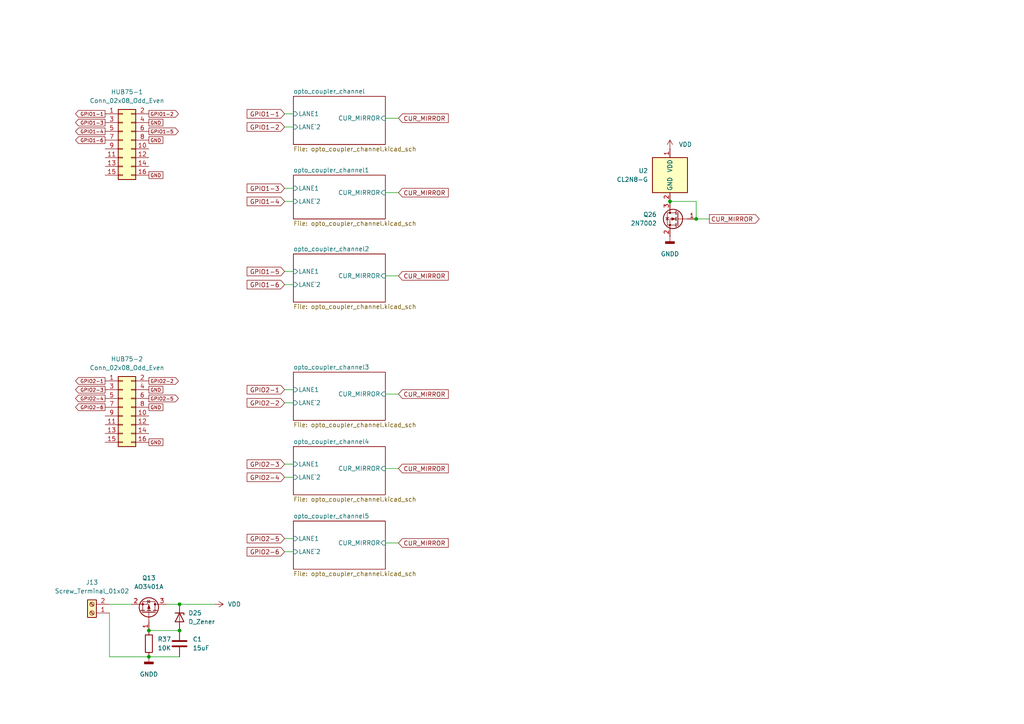
<source format=kicad_sch>
(kicad_sch (version 20211123) (generator eeschema)
  (paper "A4")
  (lib_symbols
    (symbol "Connector:Screw_Terminal_01x02" (pin_names (offset 1.016) hide)
      (property "Reference" "J" (at 0 2.54 0))
      (property "Value" "Screw_Terminal_01x02" (at 0 -5.08 0))
      (symbol "Screw_Terminal_01x02_1_1"
        (rectangle (start -1.27 1.27) (end 1.27 -3.81) (stroke (width 0.254)) (fill (type background)))
        (circle (center 0 -2.54) (radius 0.635) (stroke (width 0.1524)))
        (polyline (pts (xy -0.5334 -2.2098) (xy 0.3302 -3.048)) (stroke (width 0.1524)))
        (polyline (pts (xy -0.5334 0.3302) (xy 0.3302 -0.508)) (stroke (width 0.1524)))
        (polyline (pts (xy -0.3556 -2.032) (xy 0.508 -2.8702)) (stroke (width 0.1524)))
        (polyline (pts (xy -0.3556 0.508) (xy 0.508 -0.3302)) (stroke (width 0.1524)))
        (circle (center 0 0) (radius 0.635) (stroke (width 0.1524)))
        (pin passive line (at -5.08 0 0) (length 3.81) (name "Pin_1") (number "1"))
        (pin passive line (at -5.08 -2.54 0) (length 3.81) (name "Pin_2") (number "2"))
      )
    )
    (symbol "Connector_Generic:Conn_02x08_Odd_Even" (pin_names (offset 1.016) hide)
      (property "Reference" "J" (at 1.27 10.16 0))
      (property "Value" "Conn_02x08_Odd_Even" (at 1.27 -12.7 0))
      (symbol "Conn_02x08_Odd_Even_1_1"
        (rectangle (start -1.27 -10.033) (end 0 -10.287) (stroke (width 0.1524)))
        (rectangle (start -1.27 -7.493) (end 0 -7.747) (stroke (width 0.1524)))
        (rectangle (start -1.27 -4.953) (end 0 -5.207) (stroke (width 0.1524)))
        (rectangle (start -1.27 -2.413) (end 0 -2.667) (stroke (width 0.1524)))
        (rectangle (start -1.27 0.127) (end 0 -0.127) (stroke (width 0.1524)))
        (rectangle (start -1.27 2.667) (end 0 2.413) (stroke (width 0.1524)))
        (rectangle (start -1.27 5.207) (end 0 4.953) (stroke (width 0.1524)))
        (rectangle (start -1.27 7.747) (end 0 7.493) (stroke (width 0.1524)))
        (rectangle (start -1.27 8.89) (end 3.81 -11.43) (stroke (width 0.254)) (fill (type background)))
        (rectangle (start 3.81 -10.033) (end 2.54 -10.287) (stroke (width 0.1524)))
        (rectangle (start 3.81 -7.493) (end 2.54 -7.747) (stroke (width 0.1524)))
        (rectangle (start 3.81 -4.953) (end 2.54 -5.207) (stroke (width 0.1524)))
        (rectangle (start 3.81 -2.413) (end 2.54 -2.667) (stroke (width 0.1524)))
        (rectangle (start 3.81 0.127) (end 2.54 -0.127) (stroke (width 0.1524)))
        (rectangle (start 3.81 2.667) (end 2.54 2.413) (stroke (width 0.1524)))
        (rectangle (start 3.81 5.207) (end 2.54 4.953) (stroke (width 0.1524)))
        (rectangle (start 3.81 7.747) (end 2.54 7.493) (stroke (width 0.1524)))
        (pin passive line (at -5.08 7.62 0) (length 3.81) (name "Pin_1") (number "1"))
        (pin passive line (at 7.62 -2.54 180) (length 3.81) (name "Pin_10") (number "10"))
        (pin passive line (at -5.08 -5.08 0) (length 3.81) (name "Pin_11") (number "11"))
        (pin passive line (at 7.62 -5.08 180) (length 3.81) (name "Pin_12") (number "12"))
        (pin passive line (at -5.08 -7.62 0) (length 3.81) (name "Pin_13") (number "13"))
        (pin passive line (at 7.62 -7.62 180) (length 3.81) (name "Pin_14") (number "14"))
        (pin passive line (at -5.08 -10.16 0) (length 3.81) (name "Pin_15") (number "15"))
        (pin passive line (at 7.62 -10.16 180) (length 3.81) (name "Pin_16") (number "16"))
        (pin passive line (at 7.62 7.62 180) (length 3.81) (name "Pin_2") (number "2"))
        (pin passive line (at -5.08 5.08 0) (length 3.81) (name "Pin_3") (number "3"))
        (pin passive line (at 7.62 5.08 180) (length 3.81) (name "Pin_4") (number "4"))
        (pin passive line (at -5.08 2.54 0) (length 3.81) (name "Pin_5") (number "5"))
        (pin passive line (at 7.62 2.54 180) (length 3.81) (name "Pin_6") (number "6"))
        (pin passive line (at -5.08 0 0) (length 3.81) (name "Pin_7") (number "7"))
        (pin passive line (at 7.62 0 180) (length 3.81) (name "Pin_8") (number "8"))
        (pin passive line (at -5.08 -2.54 0) (length 3.81) (name "Pin_9") (number "9"))
      )
    )
    (symbol "Device:C" (pin_numbers hide) (pin_names (offset 0.254))
      (property "Reference" "C" (at 0.635 2.54 0))
      (property "Value" "C" (at 0.635 -2.54 0))
      (symbol "C_0_1"
        (polyline (pts (xy -2.032 -0.762) (xy 2.032 -0.762)) (stroke (width 0.508)))
        (polyline (pts (xy -2.032 0.762) (xy 2.032 0.762)) (stroke (width 0.508)))
      )
      (symbol "C_1_1"
        (pin passive line (at 0 3.81 270) (length 2.794) (name "~") (number "1"))
        (pin passive line (at 0 -3.81 90) (length 2.794) (name "~") (number "2"))
      )
    )
    (symbol "Device:D_Zener" (pin_numbers hide) (pin_names (offset 1.016) hide)
      (property "Reference" "D" (at 0 2.54 0))
      (property "Value" "D_Zener" (at 0 -2.54 0))
      (symbol "D_Zener_0_1"
        (polyline (pts (xy 1.27 0) (xy -1.27 0)))
        (polyline (pts (xy -1.27 -1.27) (xy -1.27 1.27) (xy -0.762 1.27)) (stroke (width 0.254)))
        (polyline (pts (xy 1.27 -1.27) (xy 1.27 1.27) (xy -1.27 0) (xy 1.27 -1.27)) (stroke (width 0.254)))
      )
      (symbol "D_Zener_1_1"
        (pin passive line (at -3.81 0 0) (length 2.54) (name "K") (number "1"))
        (pin passive line (at 3.81 0 180) (length 2.54) (name "A") (number "2"))
      )
    )
    (symbol "Device:R" (pin_numbers hide) (pin_names (offset 0))
      (property "Reference" "R" (at 2.032 0 90))
      (property "Value" "R" (at 0 0 90))
      (symbol "R_0_1"
        (rectangle (start -1.016 -2.54) (end 1.016 2.54) (stroke (width 0.254)))
      )
      (symbol "R_1_1"
        (pin passive line (at 0 3.81 270) (length 1.27) (name "~") (number "1"))
        (pin passive line (at 0 -3.81 90) (length 1.27) (name "~") (number "2"))
      )
    )
    (symbol "Driver_LED:HV9921N8-G"
      (property "Reference" "U2" (at -6.35 1.2701 0))
      (property "Value" "HV9921N8-G" (at -6.35 -1.2699 0))
      (symbol "HV9921N8-G_0_1"
        (rectangle (start -5.08 5.08) (end 5.08 -5.08) (stroke (width 0.254)) (fill (type background)))
      )
      (symbol "HV9921N8-G_1_1"
        (pin output line (at 0 7.62 270) (length 2.54) (name "VDD") (number "1"))
        (pin power_in line (at 0 -7.62 90) (length 2.54) (name "GND") (number "2"))
      )
    )
    (symbol "Transistor_FET:2N7002" (pin_names hide)
      (property "Reference" "Q" (at 5.08 1.905 0))
      (property "Value" "2N7002" (at 5.08 0 0))
      (symbol "2N7002_0_1"
        (polyline (pts (xy 0.254 0) (xy -2.54 0)))
        (polyline (pts (xy 0.254 1.905) (xy 0.254 -1.905)) (stroke (width 0.254)))
        (polyline (pts (xy 0.762 -1.27) (xy 0.762 -2.286)) (stroke (width 0.254)))
        (polyline (pts (xy 0.762 0.508) (xy 0.762 -0.508)) (stroke (width 0.254)))
        (polyline (pts (xy 0.762 2.286) (xy 0.762 1.27)) (stroke (width 0.254)))
        (polyline (pts (xy 2.54 2.54) (xy 2.54 1.778)))
        (polyline (pts (xy 2.54 -2.54) (xy 2.54 0) (xy 0.762 0)))
        (polyline (pts (xy 0.762 -1.778) (xy 3.302 -1.778) (xy 3.302 1.778) (xy 0.762 1.778)))
        (polyline (pts (xy 1.016 0) (xy 2.032 0.381) (xy 2.032 -0.381) (xy 1.016 0)) (fill (type outline)))
        (polyline (pts (xy 2.794 0.508) (xy 2.921 0.381) (xy 3.683 0.381) (xy 3.81 0.254)))
        (polyline (pts (xy 3.302 0.381) (xy 2.921 -0.254) (xy 3.683 -0.254) (xy 3.302 0.381)))
        (circle (center 1.651 0) (radius 2.794) (stroke (width 0.254)))
        (circle (center 2.54 -1.778) (radius 0.254) (fill (type outline)))
        (circle (center 2.54 1.778) (radius 0.254) (fill (type outline)))
      )
      (symbol "2N7002_1_1"
        (pin input line (at -5.08 0 0) (length 2.54) (name "G") (number "1"))
        (pin passive line (at 2.54 -5.08 90) (length 2.54) (name "S") (number "2"))
        (pin passive line (at 2.54 5.08 270) (length 2.54) (name "D") (number "3"))
      )
    )
    (symbol "Transistor_FET:AO3401A" (pin_names hide)
      (property "Reference" "Q" (at 5.08 1.905 0))
      (property "Value" "AO3401A" (at 5.08 0 0))
      (symbol "AO3401A_0_1"
        (polyline (pts (xy 0.254 0) (xy -2.54 0)))
        (polyline (pts (xy 0.254 1.905) (xy 0.254 -1.905)) (stroke (width 0.254)))
        (polyline (pts (xy 0.762 -1.27) (xy 0.762 -2.286)) (stroke (width 0.254)))
        (polyline (pts (xy 0.762 0.508) (xy 0.762 -0.508)) (stroke (width 0.254)))
        (polyline (pts (xy 0.762 2.286) (xy 0.762 1.27)) (stroke (width 0.254)))
        (polyline (pts (xy 2.54 2.54) (xy 2.54 1.778)))
        (polyline (pts (xy 2.54 -2.54) (xy 2.54 0) (xy 0.762 0)))
        (polyline (pts (xy 0.762 1.778) (xy 3.302 1.778) (xy 3.302 -1.778) (xy 0.762 -1.778)))
        (polyline (pts (xy 2.286 0) (xy 1.27 0.381) (xy 1.27 -0.381) (xy 2.286 0)) (fill (type outline)))
        (polyline (pts (xy 2.794 -0.508) (xy 2.921 -0.381) (xy 3.683 -0.381) (xy 3.81 -0.254)))
        (polyline (pts (xy 3.302 -0.381) (xy 2.921 0.254) (xy 3.683 0.254) (xy 3.302 -0.381)))
        (circle (center 1.651 0) (radius 2.794) (stroke (width 0.254)))
        (circle (center 2.54 -1.778) (radius 0.254) (fill (type outline)))
        (circle (center 2.54 1.778) (radius 0.254) (fill (type outline)))
      )
      (symbol "AO3401A_1_1"
        (pin input line (at -5.08 0 0) (length 2.54) (name "G") (number "1"))
        (pin passive line (at 2.54 -5.08 90) (length 2.54) (name "S") (number "2"))
        (pin passive line (at 2.54 5.08 270) (length 2.54) (name "D") (number "3"))
      )
    )
    (symbol "power:GNDD" (power) (pin_names (offset 0))
      (property "Value" "GNDD" (at 0 -3.175 0))
      (symbol "GNDD_0_1"
        (rectangle (start -1.27 -1.524) (end 1.27 -2.032) (stroke (width 0.254)) (fill (type outline)))
        (polyline (pts (xy 0 0) (xy 0 -1.524)))
      )
      (symbol "GNDD_1_1"
        (pin power_in line (at 0 0 270) (length 0) hide (name "GNDD") (number "1"))
      )
    )
    (symbol "power:VDD" (power) (pin_names (offset 0))
      (property "Value" "VDD" (at 0 3.81 0))
      (symbol "VDD_0_1"
        (polyline (pts (xy -0.762 1.27) (xy 0 2.54)))
        (polyline (pts (xy 0 0) (xy 0 2.54)))
        (polyline (pts (xy 0 2.54) (xy 0.762 1.27)))
      )
      (symbol "VDD_1_1"
        (pin power_in line (at 0 0 90) (length 0) hide (name "VDD") (number "1"))
      )
    )
  )
  (junction (at 194.31 58.42))
  (junction (at 43.18 190.5))
  (junction (at 201.93 63.5))
  (junction (at 43.18 182.88))
  (junction (at 52.07 175.26))
  (junction (at 52.07 182.88))
  (wire (pts (xy 82.55 113.03) (xy 85.09 113.03)))
  (wire (pts (xy 31.75 175.26) (xy 38.1 175.26)))
  (wire (pts (xy 43.18 182.88) (xy 52.07 182.88)))
  (wire (pts (xy 31.75 177.8) (xy 31.75 190.5)))
  (wire (pts (xy 201.93 63.5) (xy 205.74 63.5)))
  (wire (pts (xy 82.55 138.43) (xy 85.09 138.43)))
  (wire (pts (xy 82.55 82.55) (xy 85.09 82.55)))
  (wire (pts (xy 52.07 175.26) (xy 62.23 175.26)))
  (wire (pts (xy 82.55 160.02) (xy 85.09 160.02)))
  (wire (pts (xy 82.55 33.02) (xy 85.09 33.02)))
  (wire (pts (xy 111.76 34.29) (xy 115.57 34.29)))
  (wire (pts (xy 31.75 190.5) (xy 43.18 190.5)))
  (wire (pts (xy 111.76 80.01) (xy 115.57 80.01)))
  (wire (pts (xy 82.55 78.74) (xy 85.09 78.74)))
  (wire (pts (xy 111.76 55.88) (xy 115.57 55.88)))
  (wire (pts (xy 111.76 135.89) (xy 115.57 135.89)))
  (wire (pts (xy 48.26 175.26) (xy 52.07 175.26)))
  (wire (pts (xy 82.55 116.84) (xy 85.09 116.84)))
  (wire (pts (xy 82.55 156.21) (xy 85.09 156.21)))
  (wire (pts (xy 194.31 58.42) (xy 201.93 58.42)))
  (wire (pts (xy 43.18 190.5) (xy 52.07 190.5)))
  (wire (pts (xy 111.76 114.3) (xy 115.57 114.3)))
  (wire (pts (xy 201.93 58.42) (xy 201.93 63.5)))
  (wire (pts (xy 82.55 134.62) (xy 85.09 134.62)))
  (wire (pts (xy 82.55 54.61) (xy 85.09 54.61)))
  (wire (pts (xy 111.76 157.48) (xy 115.57 157.48)))
  (wire (pts (xy 82.55 58.42) (xy 85.09 58.42)))
  (wire (pts (xy 82.55 36.83) (xy 85.09 36.83)))
  (global_label "GPIO1-5" (shape output) (at 43.18 38.1 0) (effects (font (size 1 1))) (property "Intersheet References" "${INTERSHEET_REFS}" (effects hide)))
  (global_label "GPIO1-4" (shape output) (at 30.48 38.1 180) (effects (font (size 1 1))) (property "Intersheet References" "${INTERSHEET_REFS}" (effects hide)))
  (global_label "GPIO1-6" (shape output) (at 30.48 40.64 180) (effects (font (size 1 1))) (property "Intersheet References" "${INTERSHEET_REFS}" (effects hide)))
  (global_label "GPIO2-3" (shape output) (at 30.48 113.03 180) (effects (font (size 1 1))) (property "Intersheet References" "${INTERSHEET_REFS}" (effects hide)))
  (global_label "GPIO1-3" (shape output) (at 30.48 35.56 180) (effects (font (size 1 1))) (property "Intersheet References" "${INTERSHEET_REFS}" (effects hide)))
  (global_label "GPIO1-5" (shape input) (at 82.55 78.74 180) (property "Intersheet References" "${INTERSHEET_REFS}" (effects hide)))
  (global_label "GPIO2-6" (shape output) (at 30.48 118.11 180) (effects (font (size 1 1))) (property "Intersheet References" "${INTERSHEET_REFS}" (effects hide)))
  (global_label "GND" (shape passive) (at 43.18 35.56 0) (effects (font (size 1 1))) (property "Intersheet References" "${INTERSHEET_REFS}" (effects hide)))
  (global_label "GPIO1-3" (shape input) (at 82.55 54.61 180) (property "Intersheet References" "${INTERSHEET_REFS}" (effects hide)))
  (global_label "GPIO2-5" (shape input) (at 82.55 156.21 180) (property "Intersheet References" "${INTERSHEET_REFS}" (effects hide)))
  (global_label "GPIO2-4" (shape input) (at 82.55 138.43 180) (property "Intersheet References" "${INTERSHEET_REFS}" (effects hide)))
  (global_label "GND" (shape passive) (at 43.18 50.8 0) (effects (font (size 1 1))) (property "Intersheet References" "${INTERSHEET_REFS}" (effects hide)))
  (global_label "GPIO2-5" (shape output) (at 43.18 115.57 0) (effects (font (size 1 1))) (property "Intersheet References" "${INTERSHEET_REFS}" (effects hide)))
  (global_label "GPIO1-6" (shape input) (at 82.55 82.55 180) (property "Intersheet References" "${INTERSHEET_REFS}" (effects hide)))
  (global_label "GPIO1-2" (shape input) (at 82.55 36.83 180) (property "Intersheet References" "${INTERSHEET_REFS}" (effects hide)))
  (global_label "GPIO1-2" (shape output) (at 43.18 33.02 0) (effects (font (size 1 1))) (property "Intersheet References" "${INTERSHEET_REFS}" (effects hide)))
  (global_label "GND" (shape passive) (at 43.18 118.11 0) (effects (font (size 1 1))) (property "Intersheet References" "${INTERSHEET_REFS}" (effects hide)))
  (global_label "GPIO2-2" (shape input) (at 82.55 116.84 180) (property "Intersheet References" "${INTERSHEET_REFS}" (effects hide)))
  (global_label "GPIO2-2" (shape output) (at 43.18 110.49 0) (effects (font (size 1 1))) (property "Intersheet References" "${INTERSHEET_REFS}" (effects hide)))
  (global_label "GPIO2-1" (shape output) (at 30.48 110.49 180) (effects (font (size 1 1))) (property "Intersheet References" "${INTERSHEET_REFS}" (effects hide)))
  (global_label "GPIO2-6" (shape input) (at 82.55 160.02 180) (property "Intersheet References" "${INTERSHEET_REFS}" (effects hide)))
  (global_label "CUR_MIRROR" (shape input) (at 115.57 157.48 0) (property "Intersheet References" "${INTERSHEET_REFS}" (effects hide)))
  (global_label "CUR_MIRROR" (shape input) (at 115.57 34.29 0) (property "Intersheet References" "${INTERSHEET_REFS}" (effects hide)))
  (global_label "GND" (shape passive) (at 43.18 113.03 0) (effects (font (size 1 1))) (property "Intersheet References" "${INTERSHEET_REFS}" (effects hide)))
  (global_label "CUR_MIRROR" (shape input) (at 115.57 55.88 0) (property "Intersheet References" "${INTERSHEET_REFS}" (effects hide)))
  (global_label "GND" (shape passive) (at 43.18 40.64 0) (effects (font (size 1 1))) (property "Intersheet References" "${INTERSHEET_REFS}" (effects hide)))
  (global_label "GPIO1-1" (shape output) (at 30.48 33.02 180) (effects (font (size 1 1))) (property "Intersheet References" "${INTERSHEET_REFS}" (effects hide)))
  (global_label "CUR_MIRROR" (shape input) (at 115.57 114.3 0) (property "Intersheet References" "${INTERSHEET_REFS}" (effects hide)))
  (global_label "GPIO1-4" (shape input) (at 82.55 58.42 180) (property "Intersheet References" "${INTERSHEET_REFS}" (effects hide)))
  (global_label "GPIO2-4" (shape output) (at 30.48 115.57 180) (effects (font (size 1 1))) (property "Intersheet References" "${INTERSHEET_REFS}" (effects hide)))
  (global_label "GPIO2-3" (shape input) (at 82.55 134.62 180) (property "Intersheet References" "${INTERSHEET_REFS}" (effects hide)))
  (global_label "GPIO2-1" (shape input) (at 82.55 113.03 180) (property "Intersheet References" "${INTERSHEET_REFS}" (effects hide)))
  (global_label "GPIO1-1" (shape input) (at 82.55 33.02 180) (property "Intersheet References" "${INTERSHEET_REFS}" (effects hide)))
  (global_label "CUR_MIRROR" (shape output) (at 205.74 63.5 0) (property "Intersheet References" "${INTERSHEET_REFS}" (effects hide)))
  (global_label "CUR_MIRROR" (shape input) (at 115.57 80.01 0) (property "Intersheet References" "${INTERSHEET_REFS}" (effects hide)))
  (global_label "GND" (shape passive) (at 43.18 128.27 0) (effects (font (size 1 1))) (property "Intersheet References" "${INTERSHEET_REFS}" (effects hide)))
  (global_label "CUR_MIRROR" (shape input) (at 115.57 135.89 0) (property "Intersheet References" "${INTERSHEET_REFS}" (effects hide)))
  (symbol (lib_id "Device:R") (at 43.18 186.69 0) (unit 1)
    (property "Reference" "R37" (at 45.72 185.4199 0) (effects (justify left)))
    (property "Value" "10K" (at 45.72 187.9599 0) (effects (justify left)))
    (property "Footprint" "Resistor_SMD:R_2010_5025Metric_Pad1.40x2.65mm_HandSolder" (effects hide))
  )
  (symbol (lib_id "power:VDD") (at 194.31 43.18 0) (unit 1)
    (property "Reference" "#PWR0104" (effects hide))
    (property "Value" "VDD" (at 196.85 41.9099 0) (effects (justify left)))
  )
  (symbol (lib_id "power:VDD") (at 62.23 175.26 270) (unit 1)
    (property "Reference" "#PWR0102" (effects hide))
    (property "Value" "VDD" (at 66.04 175.2599 90) (effects (justify left)))
  )
  (symbol (lib_id "Device:C") (at 52.07 186.69 0) (unit 1)
    (property "Reference" "C1" (at 55.88 185.4199 0) (effects (justify left)))
    (property "Value" "15uF" (at 55.88 187.9599 0) (effects (justify left)))
    (property "Footprint" "Capacitor_THT:C_Disc_D5.0mm_W2.5mm_P5.00mm" (effects hide))
  )
  (symbol (lib_id "Driver_LED:HV9921N8-G") (at 194.31 50.8 0) (unit 1)
    (property "Reference" "U2" (at 187.96 49.5299 0) (effects (justify right)))
    (property "Value" "CL2N8-G" (at 187.96 52.0699 0) (effects (justify right)))
    (property "Footprint" "Package_TO_SOT_SMD:SOT-89-3" (effects hide))
    (property "Datasheet" "https://cdn-reichelt.de/documents/datenblatt/A200/CL2_DS.pdf" (effects hide))
  )
  (symbol (lib_id "Transistor_FET:2N7002") (at 196.85 63.5 0) (mirror y) (unit 1)
    (property "Reference" "Q26" (at 190.5 62.2299 0) (effects (justify left)))
    (property "Value" "2N7002" (at 190.5 64.7699 0) (effects (justify left)))
    (property "Footprint" "Package_TO_SOT_SMD:SOT-23" (effects hide))
    (property "Datasheet" "https://www.onsemi.com/pub/Collateral/NDS7002A-D.PDF" (effects hide))
  )
  (symbol (lib_id "Device:D_Zener") (at 52.07 179.07 270) (unit 1)
    (property "Reference" "D25" (at 54.61 177.7999 90) (effects (justify left)))
    (property "Value" "D_Zener" (at 54.61 180.3399 90) (effects (justify left)))
    (property "Footprint" "Diode_SMD:D_SOD-123" (effects hide))
  )
  (symbol (lib_id "Connector:Screw_Terminal_01x02") (at 26.67 177.8 180) (unit 1)
    (property "Reference" "J13" (at 26.67 168.91 0))
    (property "Value" "Screw_Terminal_01x02" (at 26.67 171.45 0))
    (property "Footprint" "TerminalBlock_Phoenix:TerminalBlock_Phoenix_PT-1,5-2-3.5-H_1x02_P3.50mm_Horizontal" (effects hide))
  )
  (symbol (lib_id "Connector_Generic:Conn_02x08_Odd_Even") (at 35.56 118.11 0) (unit 1)
    (property "Reference" "HUB75-2" (at 36.83 104.14 0))
    (property "Value" "Conn_02x08_Odd_Even" (at 36.83 106.68 0))
    (property "Footprint" "Connector_PinHeader_2.54mm:PinHeader_2x08_P2.54mm_Vertical" (effects hide))
  )
  (symbol (lib_id "power:GNDD") (at 43.18 190.5 0) (unit 1)
    (property "Reference" "#PWR0101" (effects hide))
    (property "Value" "GNDD" (at 43.18 195.58 0))
  )
  (symbol (lib_id "power:GNDD") (at 194.31 68.58 0) (unit 1)
    (property "Reference" "#PWR0103" (effects hide))
    (property "Value" "GNDD" (at 194.31 73.66 0))
  )
  (symbol (lib_id "Connector_Generic:Conn_02x08_Odd_Even") (at 35.56 40.64 0) (unit 1)
    (property "Reference" "HUB75-1" (at 36.83 26.67 0))
    (property "Value" "Conn_02x08_Odd_Even" (at 36.83 29.21 0))
    (property "Footprint" "Connector_PinHeader_2.54mm:PinHeader_2x08_P2.54mm_Vertical" (effects hide))
  )
  (symbol (lib_id "Transistor_FET:AO3401A") (at 43.18 177.8 270) (mirror x) (unit 1)
    (property "Reference" "Q13" (at 43.18 167.64 90))
    (property "Value" "AO3401A" (at 43.18 170.18 90))
    (property "Footprint" "Package_TO_SOT_SMD:SOT-23" (effects hide))
    (property "Datasheet" "http://www.aosmd.com/pdfs/datasheet/AO3401A.pdf" (effects hide))
  )
  (sheet (at 85.09 107.95) (size 26.67 13.97) (stroke (width 0.1524))
    (property "Sheet name" "opto_coupler_channel3" (at 85.09 107.2384 0) (effects (justify left bottom)))
    (property "Sheet file" "opto_coupler_channel.kicad_sch" (at 85.09 122.5046 0) (effects (justify left top)))
    (pin "LANE`2" input (at 85.09 116.84 180))
    (pin "LANE1" input (at 85.09 113.03 180))
    (pin "CUR_MIRROR" input (at 111.76 114.3 0))
  )
  (sheet (at 85.09 73.66) (size 26.67 13.97) (stroke (width 0.1524))
    (property "Sheet name" "opto_coupler_channel2" (at 85.09 72.9484 0) (effects (justify left bottom)))
    (property "Sheet file" "opto_coupler_channel.kicad_sch" (at 85.09 88.2146 0) (effects (justify left top)))
    (pin "LANE`2" input (at 85.09 82.55 180))
    (pin "LANE1" input (at 85.09 78.74 180))
    (pin "CUR_MIRROR" input (at 111.76 80.01 0))
  )
  (sheet (at 85.09 27.94) (size 26.67 13.97) (stroke (width 0.1524))
    (property "Sheet name" "opto_coupler_channel" (at 85.09 27.2284 0) (effects (justify left bottom)))
    (property "Sheet file" "opto_coupler_channel.kicad_sch" (at 85.09 42.4946 0) (effects (justify left top)))
    (pin "LANE`2" input (at 85.09 36.83 180))
    (pin "LANE1" input (at 85.09 33.02 180))
    (pin "CUR_MIRROR" input (at 111.76 34.29 0))
  )
  (sheet (at 85.09 151.13) (size 26.67 13.97) (stroke (width 0.1524))
    (property "Sheet name" "opto_coupler_channel5" (at 85.09 150.4184 0) (effects (justify left bottom)))
    (property "Sheet file" "opto_coupler_channel.kicad_sch" (at 85.09 165.6846 0) (effects (justify left top)))
    (pin "LANE`2" input (at 85.09 160.02 180))
    (pin "LANE1" input (at 85.09 156.21 180))
    (pin "CUR_MIRROR" input (at 111.76 157.48 0))
  )
  (sheet (at 85.09 129.54) (size 26.67 13.97) (stroke (width 0.1524))
    (property "Sheet name" "opto_coupler_channel4" (at 85.09 128.8284 0) (effects (justify left bottom)))
    (property "Sheet file" "opto_coupler_channel.kicad_sch" (at 85.09 144.0946 0) (effects (justify left top)))
    (pin "LANE`2" input (at 85.09 138.43 180))
    (pin "LANE1" input (at 85.09 134.62 180))
    (pin "CUR_MIRROR" input (at 111.76 135.89 0))
  )
  (sheet (at 85.09 50.8) (size 26.67 12.7) (stroke (width 0.1524))
    (property "Sheet name" "opto_coupler_channel1" (at 85.09 50.0884 0) (effects (justify left bottom)))
    (property "Sheet file" "opto_coupler_channel.kicad_sch" (at 85.09 64.0846 0) (effects (justify left top)))
    (pin "LANE`2" input (at 85.09 58.42 180))
    (pin "LANE1" input (at 85.09 54.61 180))
    (pin "CUR_MIRROR" input (at 111.76 55.88 0))
  )
)
</source>
